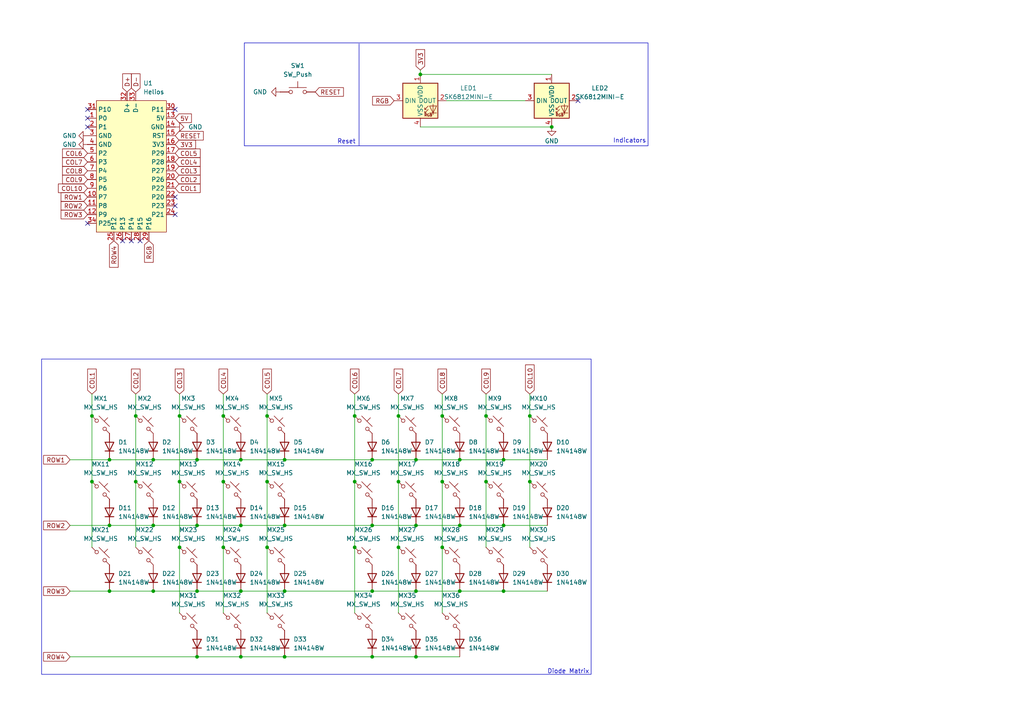
<source format=kicad_sch>
(kicad_sch (version 20231120) (generator "eeschema") (generator_version "8.0")
  (paper "A4")
  (lib_symbols
    (symbol "Diode:1N4148W" (pin_numbers hide) (pin_names hide)
      (property "Reference" "D" (at 0 2.54 0))
      (property "Value" "1N4148W" (at 0 -2.54 0))
      (symbol "1N4148W_0_1"
        (polyline (pts (xy -1.27 1.27) (xy -1.27 -1.27)) (stroke (width 0.254)))
        (polyline (pts (xy 1.27 0) (xy -1.27 0)))
        (polyline (pts (xy 1.27 1.27) (xy 1.27 -1.27) (xy -1.27 0) (xy 1.27 1.27)) (stroke (width 0.254)))
      )
      (symbol "1N4148W_1_1"
        (pin passive line (at -3.81 0 0) (length 2.54) (name "K") (number "1"))
        (pin passive line (at 3.81 0 180) (length 2.54) (name "A") (number "2"))
      )
    )
    (symbol "Switch:SW_Push" (pin_numbers hide) (pin_names (offset 1.016) hide)
      (property "Reference" "SW" (at 1.27 2.54 0))
      (property "Value" "SW_Push" (at 0 -1.524 0))
      (symbol "SW_Push_0_1"
        (circle (center -2.032 0) (radius 0.508))
        (polyline (pts (xy 0 1.27) (xy 0 3.048)))
        (polyline (pts (xy 2.54 1.27) (xy -2.54 1.27)))
        (circle (center 2.032 0) (radius 0.508))
        (pin passive line (at -5.08 0 0) (length 2.54) (name "1") (number "1"))
        (pin passive line (at 5.08 0 180) (length 2.54) (name "2") (number "2"))
      )
    )
    (symbol "marbastlib-mx:MX_SW_HS_CPG151101S11" (pin_numbers hide) (pin_names (offset 1.016) hide)
      (property "Reference" "MX" (at 3.048 1.016 0))
      (property "Value" "MX_SW_HS" (at 0 -3.81 0))
      (symbol "MX_SW_HS_CPG151101S11_0_1"
        (circle (center -1.1684 1.1684) (radius 0.508))
        (polyline (pts (xy -0.508 2.54) (xy 2.54 -0.508)))
        (polyline (pts (xy 1.016 1.016) (xy 2.032 2.032)))
        (polyline (pts (xy -2.54 2.54) (xy -1.524 1.524) (xy -1.524 1.524)))
        (polyline (pts (xy 1.524 -1.524) (xy 2.54 -2.54) (xy 2.54 -2.54) (xy 2.54 -2.54)))
        (circle (center 1.143 -1.1938) (radius 0.508))
        (pin passive line (at -2.54 2.54 0) (length 0) (name "1") (number "1"))
        (pin passive line (at 2.54 -2.54 180) (length 0) (name "2") (number "2"))
      )
    )
    (symbol "marbastlib-promicroish:Helios" (in_bom no)
      (property "Reference" "U" (at -7.62 22.86 0))
      (property "Value" "Helios" (at -7.62 20.32 0))
      (symbol "Helios_0_0"
        (pin bidirectional line (at -12.7 13.97 0) (length 2.54) (name "P0") (number "1"))
        (pin bidirectional line (at -12.7 -8.89 0) (length 2.54) (name "P7") (number "10"))
        (pin bidirectional line (at -12.7 -11.43 0) (length 2.54) (name "P8") (number "11"))
        (pin bidirectional line (at -12.7 -13.97 0) (length 2.54) (name "P9") (number "12"))
        (pin power_out line (at 12.7 11.43 180) (length 2.54) (name "GND") (number "14"))
        (pin bidirectional line (at 12.7 8.89 180) (length 2.54) (name "RST") (number "15"))
        (pin bidirectional line (at 12.7 3.81 180) (length 2.54) (name "P29") (number "17"))
        (pin bidirectional line (at 12.7 1.27 180) (length 2.54) (name "P28") (number "18"))
        (pin bidirectional line (at 12.7 -1.27 180) (length 2.54) (name "P27") (number "19"))
        (pin bidirectional line (at -12.7 11.43 0) (length 2.54) (name "P1") (number "2"))
        (pin bidirectional line (at 12.7 -3.81 180) (length 2.54) (name "P26") (number "20"))
        (pin bidirectional line (at 12.7 -6.35 180) (length 2.54) (name "P22") (number "21"))
        (pin bidirectional line (at 12.7 -8.89 180) (length 2.54) (name "P20") (number "22"))
        (pin bidirectional line (at 12.7 -11.43 180) (length 2.54) (name "P23") (number "23"))
        (pin bidirectional line (at 12.7 -13.97 180) (length 2.54) (name "P21") (number "24"))
        (pin power_out line (at -12.7 8.89 0) (length 2.54) (name "GND") (number "3"))
        (pin power_out line (at -12.7 6.35 0) (length 2.54) (name "GND") (number "4"))
        (pin bidirectional line (at -12.7 3.81 0) (length 2.54) (name "P2") (number "5"))
        (pin bidirectional line (at -12.7 1.27 0) (length 2.54) (name "P3") (number "6"))
        (pin bidirectional line (at -12.7 -1.27 0) (length 2.54) (name "P4") (number "7"))
        (pin bidirectional line (at -12.7 -3.81 0) (length 2.54) (name "P5") (number "8"))
        (pin bidirectional line (at -12.7 -6.35 0) (length 2.54) (name "P6") (number "9"))
      )
      (symbol "Helios_1_0"
        (pin bidirectional line (at 12.7 13.97 180) (length 2.54) (name "5V") (number "13"))
        (pin power_out line (at 12.7 6.35 180) (length 2.54) (name "3V3") (number "16"))
        (pin bidirectional line (at -5.08 -21.59 90) (length 2.54) (name "P12") (number "25"))
        (pin bidirectional line (at -2.54 -21.59 90) (length 2.54) (name "P13") (number "26"))
        (pin bidirectional line (at 0 -21.59 90) (length 2.54) (name "P14") (number "27"))
        (pin bidirectional line (at 2.54 -21.59 90) (length 2.54) (name "P15") (number "28"))
        (pin bidirectional line (at 5.08 -21.59 90) (length 2.54) (name "P16") (number "29"))
        (pin power_in line (at 12.7 16.51 180) (length 2.54) (name "P11") (number "30"))
        (pin bidirectional line (at -12.7 16.51 0) (length 2.54) (name "P10") (number "31"))
        (pin bidirectional line (at -1.27 21.59 270) (length 2.54) (name "D+") (number "32"))
        (pin bidirectional line (at 1.27 21.59 270) (length 2.54) (name "D-") (number "33"))
        (pin bidirectional line (at -12.7 -16.51 0) (length 2.54) (name "P25") (number "34"))
      )
      (symbol "Helios_1_1"
        (rectangle (start -10.16 19.05) (end 10.16 -19.05) (fill (type background)))
      )
    )
    (symbol "marbastlib-various:SK6812MINI-E"
      (property "Reference" "LED" (at 2.54 6.35 0))
      (property "Value" "SK6812MINI-E" (at 7.62 -6.35 0))
      (symbol "SK6812MINI-E_0_0"
        (text "RGB" (at 2.286 -4.191 0) (effects (font (size 0.762 0.762))))
      )
      (symbol "SK6812MINI-E_0_1"
        (polyline (pts (xy 1.27 -3.556) (xy 1.778 -3.556)))
        (polyline (pts (xy 1.27 -2.54) (xy 1.778 -2.54)))
        (polyline (pts (xy 4.699 -3.556) (xy 2.667 -3.556)))
        (polyline (pts (xy 2.286 -2.54) (xy 1.27 -3.556) (xy 1.27 -3.048)))
        (polyline (pts (xy 2.286 -1.524) (xy 1.27 -2.54) (xy 1.27 -2.032)))
        (polyline (pts (xy 3.683 -1.016) (xy 3.683 -3.556) (xy 3.683 -4.064)))
        (polyline (pts (xy 4.699 -1.524) (xy 2.667 -1.524) (xy 3.683 -3.556) (xy 4.699 -1.524)))
        (rectangle (start 5.08 5.08) (end -5.08 -5.08) (stroke (width 0.254)) (fill (type background)))
      )
      (symbol "SK6812MINI-E_1_1"
        (pin power_in line (at 0 7.62 270) (length 2.54) (name "VDD") (number "1"))
        (pin output line (at 7.62 0 180) (length 2.54) (name "DOUT") (number "2"))
        (pin input line (at -7.62 0 0) (length 2.54) (name "DIN") (number "3"))
        (pin power_in line (at 0 -7.62 90) (length 2.54) (name "VSS") (number "4"))
      )
    )
    (symbol "power:GND" (power) (pin_numbers hide) (pin_names (offset 0) hide)
      (property "Value" "GND" (at 0 -3.81 0))
      (symbol "GND_0_1"
        (polyline (pts (xy 0 0) (xy 0 -1.27) (xy 1.27 -1.27) (xy 0 -2.54) (xy -1.27 -1.27) (xy 0 -1.27)))
      )
      (symbol "GND_1_1"
        (pin power_in line (at 0 0 270) (length 0) (name "~") (number "1"))
      )
    )
  )
  (junction (at 26.67 120.65))
  (junction (at 153.67 139.7))
  (junction (at 57.15 190.5))
  (junction (at 52.07 139.7))
  (junction (at 160.02 36.83))
  (junction (at 107.95 171.45))
  (junction (at 133.35 171.45))
  (junction (at 69.85 171.45))
  (junction (at 77.47 158.75))
  (junction (at 57.15 152.4))
  (junction (at 153.67 120.65))
  (junction (at 146.05 133.35))
  (junction (at 44.45 133.35))
  (junction (at 146.05 171.45))
  (junction (at 52.07 120.65))
  (junction (at 120.65 133.35))
  (junction (at 64.77 158.75))
  (junction (at 52.07 158.75))
  (junction (at 82.55 171.45))
  (junction (at 128.27 120.65))
  (junction (at 107.95 133.35))
  (junction (at 31.75 133.35))
  (junction (at 120.65 152.4))
  (junction (at 31.75 171.45))
  (junction (at 39.37 139.7))
  (junction (at 115.57 158.75))
  (junction (at 57.15 133.35))
  (junction (at 102.87 139.7))
  (junction (at 64.77 120.65))
  (junction (at 107.95 152.4))
  (junction (at 115.57 139.7))
  (junction (at 102.87 120.65))
  (junction (at 64.77 139.7))
  (junction (at 102.87 158.75))
  (junction (at 107.95 190.5))
  (junction (at 31.75 152.4))
  (junction (at 121.92 21.59))
  (junction (at 120.65 190.5))
  (junction (at 39.37 120.65))
  (junction (at 77.47 139.7))
  (junction (at 133.35 133.35))
  (junction (at 115.57 120.65))
  (junction (at 128.27 139.7))
  (junction (at 120.65 171.45))
  (junction (at 26.67 139.7))
  (junction (at 140.97 139.7))
  (junction (at 82.55 133.35))
  (junction (at 69.85 133.35))
  (junction (at 82.55 152.4))
  (junction (at 140.97 120.65))
  (junction (at 69.85 152.4))
  (junction (at 82.55 190.5))
  (junction (at 133.35 152.4))
  (junction (at 146.05 152.4))
  (junction (at 128.27 158.75))
  (junction (at 69.85 190.5))
  (junction (at 57.15 171.45))
  (junction (at 44.45 171.45))
  (junction (at 44.45 152.4))
  (junction (at 77.47 120.65))
  (no_connect (at 25.4 34.29))
  (no_connect (at 25.4 64.77))
  (no_connect (at 25.4 31.75))
  (no_connect (at 50.8 62.23))
  (no_connect (at 50.8 57.15))
  (no_connect (at 38.1 69.85))
  (no_connect (at 50.8 59.69))
  (no_connect (at 50.8 31.75))
  (no_connect (at 35.56 69.85))
  (no_connect (at 25.4 36.83))
  (no_connect (at 167.64 29.21))
  (no_connect (at 40.64 69.85))
  (wire (pts (xy 115.57 158.75) (xy 115.57 177.8)))
  (wire (pts (xy 82.55 133.35) (xy 107.95 133.35)))
  (wire (pts (xy 52.07 114.3) (xy 52.07 120.65)))
  (wire (pts (xy 44.45 171.45) (xy 57.15 171.45)))
  (wire (pts (xy 57.15 190.5) (xy 69.85 190.5)))
  (wire (pts (xy 77.47 158.75) (xy 77.47 177.8)))
  (wire (pts (xy 64.77 158.75) (xy 64.77 177.8)))
  (wire (pts (xy 39.37 114.3) (xy 39.37 120.65)))
  (wire (pts (xy 120.65 133.35) (xy 133.35 133.35)))
  (wire (pts (xy 69.85 152.4) (xy 82.55 152.4)))
  (wire (pts (xy 64.77 120.65) (xy 64.77 139.7)))
  (wire (pts (xy 26.67 114.3) (xy 26.67 120.65)))
  (wire (pts (xy 153.67 139.7) (xy 153.67 158.75)))
  (wire (pts (xy 69.85 133.35) (xy 82.55 133.35)))
  (wire (pts (xy 26.67 139.7) (xy 26.67 158.75)))
  (wire (pts (xy 102.87 120.65) (xy 102.87 139.7)))
  (wire (pts (xy 64.77 114.3) (xy 64.77 120.65)))
  (wire (pts (xy 128.27 120.65) (xy 128.27 139.7)))
  (wire (pts (xy 140.97 114.3) (xy 140.97 120.65)))
  (wire (pts (xy 107.95 171.45) (xy 120.65 171.45)))
  (wire (pts (xy 31.75 152.4) (xy 44.45 152.4)))
  (polyline (pts (xy 104.14 12.7) (xy 104.14 42.164)))
  (wire (pts (xy 20.32 133.35) (xy 31.75 133.35)))
  (wire (pts (xy 82.55 190.5) (xy 107.95 190.5)))
  (wire (pts (xy 102.87 139.7) (xy 102.87 158.75)))
  (wire (pts (xy 64.77 139.7) (xy 64.77 158.75)))
  (wire (pts (xy 52.07 158.75) (xy 52.07 177.8)))
  (wire (pts (xy 77.47 139.7) (xy 77.47 158.75)))
  (wire (pts (xy 52.07 120.65) (xy 52.07 139.7)))
  (wire (pts (xy 82.55 171.45) (xy 107.95 171.45)))
  (wire (pts (xy 121.92 36.83) (xy 160.02 36.83)))
  (wire (pts (xy 44.45 133.35) (xy 57.15 133.35)))
  (wire (pts (xy 153.67 120.65) (xy 153.67 139.7)))
  (wire (pts (xy 146.05 133.35) (xy 158.75 133.35)))
  (wire (pts (xy 120.65 190.5) (xy 133.35 190.5)))
  (wire (pts (xy 82.55 152.4) (xy 107.95 152.4)))
  (wire (pts (xy 77.47 114.3) (xy 77.47 120.65)))
  (wire (pts (xy 146.05 152.4) (xy 158.75 152.4)))
  (wire (pts (xy 133.35 171.45) (xy 146.05 171.45)))
  (wire (pts (xy 57.15 171.45) (xy 69.85 171.45)))
  (wire (pts (xy 115.57 139.7) (xy 115.57 158.75)))
  (wire (pts (xy 115.57 114.3) (xy 115.57 120.65)))
  (wire (pts (xy 52.07 139.7) (xy 52.07 158.75)))
  (wire (pts (xy 133.35 133.35) (xy 146.05 133.35)))
  (wire (pts (xy 140.97 120.65) (xy 140.97 139.7)))
  (wire (pts (xy 107.95 152.4) (xy 120.65 152.4)))
  (wire (pts (xy 31.75 133.35) (xy 44.45 133.35)))
  (wire (pts (xy 107.95 190.5) (xy 120.65 190.5)))
  (wire (pts (xy 128.27 114.3) (xy 128.27 120.65)))
  (wire (pts (xy 128.27 158.75) (xy 128.27 177.8)))
  (wire (pts (xy 77.47 120.65) (xy 77.47 139.7)))
  (wire (pts (xy 44.45 152.4) (xy 57.15 152.4)))
  (wire (pts (xy 20.32 190.5) (xy 57.15 190.5)))
  (wire (pts (xy 20.32 171.45) (xy 31.75 171.45)))
  (wire (pts (xy 102.87 114.3) (xy 102.87 120.65)))
  (wire (pts (xy 20.32 152.4) (xy 31.75 152.4)))
  (wire (pts (xy 129.54 29.21) (xy 152.4 29.21)))
  (wire (pts (xy 120.65 171.45) (xy 133.35 171.45)))
  (wire (pts (xy 107.95 133.35) (xy 120.65 133.35)))
  (wire (pts (xy 120.65 152.4) (xy 133.35 152.4)))
  (wire (pts (xy 69.85 190.5) (xy 82.55 190.5)))
  (wire (pts (xy 146.05 171.45) (xy 158.75 171.45)))
  (wire (pts (xy 26.67 120.65) (xy 26.67 139.7)))
  (wire (pts (xy 102.87 158.75) (xy 102.87 177.8)))
  (wire (pts (xy 115.57 120.65) (xy 115.57 139.7)))
  (wire (pts (xy 121.92 20.32) (xy 121.92 21.59)))
  (wire (pts (xy 128.27 139.7) (xy 128.27 158.75)))
  (wire (pts (xy 31.75 171.45) (xy 44.45 171.45)))
  (wire (pts (xy 153.67 114.3) (xy 153.67 120.65)))
  (wire (pts (xy 133.35 152.4) (xy 146.05 152.4)))
  (wire (pts (xy 57.15 133.35) (xy 69.85 133.35)))
  (wire (pts (xy 140.97 139.7) (xy 140.97 158.75)))
  (wire (pts (xy 39.37 139.7) (xy 39.37 158.75)))
  (wire (pts (xy 121.92 21.59) (xy 160.02 21.59)))
  (wire (pts (xy 69.85 171.45) (xy 82.55 171.45)))
  (wire (pts (xy 39.37 120.65) (xy 39.37 139.7)))
  (wire (pts (xy 57.15 152.4) (xy 69.85 152.4)))
  (rectangle (start 70.866 12.446) (end 187.96 42.291))
  (rectangle (start 12.065 104.14) (end 171.45 195.58))
  (text "Indicators" (at 177.8 41.656 0) (effects (font (size 1.27 1.27)) (justify left bottom)))
  (text "Reset" (at 97.79 41.91 0) (effects (font (size 1.27 1.27)) (justify left bottom)))
  (text "Diode Matrix" (at 158.75 195.58 0) (effects (font (size 1.27 1.27)) (justify left bottom)))
  (global_label "COL6" (shape input) (at 102.87 114.3 90) (property "Intersheetrefs" "${INTERSHEET_REFS}" (effects (hide yes))))
  (global_label "COL1" (shape input) (at 26.67 114.3 90) (property "Intersheetrefs" "${INTERSHEET_REFS}" (effects (hide yes))))
  (global_label "3V3" (shape input) (at 50.8 41.91 0) (property "Intersheetrefs" "${INTERSHEET_REFS}" (effects (hide yes))))
  (global_label "ROW3" (shape input) (at 25.4 62.23 180) (property "Intersheetrefs" "${INTERSHEET_REFS}" (effects (hide yes))))
  (global_label "RGB" (shape input) (at 43.18 69.85 270) (property "Intersheetrefs" "${INTERSHEET_REFS}" (effects (hide yes))))
  (global_label "D-" (shape input) (at 39.37 26.67 90) (property "Intersheetrefs" "${INTERSHEET_REFS}" (effects (hide yes))))
  (global_label "ROW3" (shape input) (at 20.32 171.45 180) (property "Intersheetrefs" "${INTERSHEET_REFS}" (effects (hide yes))))
  (global_label "COL1" (shape input) (at 50.8 54.61 0) (property "Intersheetrefs" "${INTERSHEET_REFS}" (effects (hide yes))))
  (global_label "COL4" (shape input) (at 50.8 46.99 0) (property "Intersheetrefs" "${INTERSHEET_REFS}" (effects (hide yes))))
  (global_label "ROW2" (shape input) (at 25.4 59.69 180) (property "Intersheetrefs" "${INTERSHEET_REFS}" (effects (hide yes))))
  (global_label "COL8" (shape input) (at 25.4 49.53 180) (property "Intersheetrefs" "${INTERSHEET_REFS}" (effects (hide yes))))
  (global_label "3V3" (shape input) (at 121.92 20.32 90) (property "Intersheetrefs" "${INTERSHEET_REFS}" (effects (hide yes))))
  (global_label "RESET" (shape input) (at 91.44 26.67 0) (property "Intersheetrefs" "${INTERSHEET_REFS}" (effects (hide yes))))
  (global_label "ROW4" (shape input) (at 20.32 190.5 180) (property "Intersheetrefs" "${INTERSHEET_REFS}" (effects (hide yes))))
  (global_label "COL10" (shape input) (at 153.67 114.3 90) (property "Intersheetrefs" "${INTERSHEET_REFS}" (effects (hide yes))))
  (global_label "COL8" (shape input) (at 128.27 114.3 90) (property "Intersheetrefs" "${INTERSHEET_REFS}" (effects (hide yes))))
  (global_label "5V" (shape input) (at 50.8 34.29 0) (property "Intersheetrefs" "${INTERSHEET_REFS}" (effects (hide yes))))
  (global_label "COL7" (shape input) (at 25.4 46.99 180) (property "Intersheetrefs" "${INTERSHEET_REFS}" (effects (hide yes))))
  (global_label "ROW1" (shape input) (at 20.32 133.35 180) (property "Intersheetrefs" "${INTERSHEET_REFS}" (effects (hide yes))))
  (global_label "D+" (shape input) (at 36.83 26.67 90) (property "Intersheetrefs" "${INTERSHEET_REFS}" (effects (hide yes))))
  (global_label "COL9" (shape input) (at 140.97 114.3 90) (property "Intersheetrefs" "${INTERSHEET_REFS}" (effects (hide yes))))
  (global_label "ROW2" (shape input) (at 20.32 152.4 180) (property "Intersheetrefs" "${INTERSHEET_REFS}" (effects (hide yes))))
  (global_label "COL4" (shape input) (at 64.77 114.3 90) (property "Intersheetrefs" "${INTERSHEET_REFS}" (effects (hide yes))))
  (global_label "COL10" (shape input) (at 25.4 54.61 180) (property "Intersheetrefs" "${INTERSHEET_REFS}" (effects (hide yes))))
  (global_label "COL7" (shape input) (at 115.57 114.3 90) (property "Intersheetrefs" "${INTERSHEET_REFS}" (effects (hide yes))))
  (global_label "ROW1" (shape input) (at 25.4 57.15 180) (property "Intersheetrefs" "${INTERSHEET_REFS}" (effects (hide yes))))
  (global_label "COL5" (shape input) (at 50.8 44.45 0) (property "Intersheetrefs" "${INTERSHEET_REFS}" (effects (hide yes))))
  (global_label "COL3" (shape input) (at 52.07 114.3 90) (property "Intersheetrefs" "${INTERSHEET_REFS}" (effects (hide yes))))
  (global_label "RGB" (shape input) (at 114.3 29.21 180) (property "Intersheetrefs" "${INTERSHEET_REFS}" (effects (hide yes))))
  (global_label "COL2" (shape input) (at 50.8 52.07 0) (property "Intersheetrefs" "${INTERSHEET_REFS}" (effects (hide yes))))
  (global_label "COL6" (shape input) (at 25.4 44.45 180) (property "Intersheetrefs" "${INTERSHEET_REFS}" (effects (hide yes))))
  (global_label "COL9" (shape input) (at 25.4 52.07 180) (property "Intersheetrefs" "${INTERSHEET_REFS}" (effects (hide yes))))
  (global_label "RESET" (shape input) (at 50.8 39.37 0) (property "Intersheetrefs" "${INTERSHEET_REFS}" (effects (hide yes))))
  (global_label "COL5" (shape input) (at 77.47 114.3 90) (property "Intersheetrefs" "${INTERSHEET_REFS}" (effects (hide yes))))
  (global_label "ROW4" (shape input) (at 33.02 69.85 270) (property "Intersheetrefs" "${INTERSHEET_REFS}" (effects (hide yes))))
  (global_label "COL3" (shape input) (at 50.8 49.53 0) (property "Intersheetrefs" "${INTERSHEET_REFS}" (effects (hide yes))))
  (global_label "COL2" (shape input) (at 39.37 114.3 90) (property "Intersheetrefs" "${INTERSHEET_REFS}" (effects (hide yes))))
  (symbol (lib_id "marbastlib-mx:MX_SW_HS_CPG151101S11") (at 80.01 142.24 0) (unit 1)
    (property "Reference" "MX15" (at 80.01 134.62 0))
    (property "Value" "MX_SW_HS" (at 80.01 137.16 0))
    (property "Footprint" "marbastlib-mx:SW_MX_HS_CPG151101S11_1u" (effects (hide yes)))
    (property "Description" "Push button switch, normally open, two pins, 45° tilted, Kailh CPG151101S11 for Cherry MX style switches" (effects (hide yes)))
  )
  (symbol (lib_id "marbastlib-mx:MX_SW_HS_CPG151101S11") (at 130.81 180.34 0) (unit 1)
    (property "Reference" "MX36" (at 130.81 172.72 0))
    (property "Value" "MX_SW_HS" (at 130.81 175.26 0))
    (property "Footprint" "marbastlib-mx:SW_MX_HS_CPG151101S11_1u" (effects (hide yes)))
    (property "Description" "Push button switch, normally open, two pins, 45° tilted, Kailh CPG151101S11 for Cherry MX style switches" (effects (hide yes)))
  )
  (symbol (lib_id "Diode:1N4148W") (at 107.95 129.54 90) (unit 1)
    (property "Reference" "D6" (at 110.49 128.27 90) (effects (justify right)))
    (property "Value" "1N4148W" (at 110.49 130.81 90) (effects (justify right)))
    (property "Footprint" "Diode_SMD:D_SOD-123" (effects (hide yes)))
    (property "Datasheet" "https://www.vishay.com/docs/85748/1n4148w.pdf" (effects (hide yes)))
    (property "Description" "75V 0.15A Fast Switching Diode, SOD-123" (effects (hide yes)))
    (property "Sim.Device" "D" (effects (hide yes)))
    (property "Sim.Pins" "1=K 2=A" (effects (hide yes)))
  )
  (symbol (lib_id "marbastlib-mx:MX_SW_HS_CPG151101S11") (at 67.31 180.34 0) (unit 1)
    (property "Reference" "MX32" (at 67.31 172.72 0))
    (property "Value" "MX_SW_HS" (at 67.31 175.26 0))
    (property "Footprint" "marbastlib-mx:SW_MX_HS_CPG151101S11_1u" (effects (hide yes)))
    (property "Description" "Push button switch, normally open, two pins, 45° tilted, Kailh CPG151101S11 for Cherry MX style switches" (effects (hide yes)))
  )
  (symbol (lib_id "Diode:1N4148W") (at 44.45 129.54 90) (unit 1)
    (property "Reference" "D2" (at 46.99 128.27 90) (effects (justify right)))
    (property "Value" "1N4148W" (at 46.99 130.81 90) (effects (justify right)))
    (property "Footprint" "Diode_SMD:D_SOD-123" (effects (hide yes)))
    (property "Datasheet" "https://www.vishay.com/docs/85748/1n4148w.pdf" (effects (hide yes)))
    (property "Description" "75V 0.15A Fast Switching Diode, SOD-123" (effects (hide yes)))
    (property "Sim.Device" "D" (effects (hide yes)))
    (property "Sim.Pins" "1=K 2=A" (effects (hide yes)))
  )
  (symbol (lib_id "marbastlib-mx:MX_SW_HS_CPG151101S11") (at 130.81 142.24 0) (unit 1)
    (property "Reference" "MX18" (at 130.81 134.62 0))
    (property "Value" "MX_SW_HS" (at 130.81 137.16 0))
    (property "Footprint" "marbastlib-mx:SW_MX_HS_CPG151101S11_1u" (effects (hide yes)))
    (property "Description" "Push button switch, normally open, two pins, 45° tilted, Kailh CPG151101S11 for Cherry MX style switches" (effects (hide yes)))
  )
  (symbol (lib_id "Diode:1N4148W") (at 82.55 148.59 90) (unit 1)
    (property "Reference" "D15" (at 85.09 147.32 90) (effects (justify right)))
    (property "Value" "1N4148W" (at 85.09 149.86 90) (effects (justify right)))
    (property "Footprint" "Diode_SMD:D_SOD-123" (effects (hide yes)))
    (property "Datasheet" "https://www.vishay.com/docs/85748/1n4148w.pdf" (effects (hide yes)))
    (property "Description" "75V 0.15A Fast Switching Diode, SOD-123" (effects (hide yes)))
    (property "Sim.Device" "D" (effects (hide yes)))
    (property "Sim.Pins" "1=K 2=A" (effects (hide yes)))
  )
  (symbol (lib_id "Diode:1N4148W") (at 31.75 148.59 90) (unit 1)
    (property "Reference" "D11" (at 34.29 147.32 90) (effects (justify right)))
    (property "Value" "1N4148W" (at 34.29 149.86 90) (effects (justify right)))
    (property "Footprint" "Diode_SMD:D_SOD-123" (effects (hide yes)))
    (property "Datasheet" "https://www.vishay.com/docs/85748/1n4148w.pdf" (effects (hide yes)))
    (property "Description" "75V 0.15A Fast Switching Diode, SOD-123" (effects (hide yes)))
    (property "Sim.Device" "D" (effects (hide yes)))
    (property "Sim.Pins" "1=K 2=A" (effects (hide yes)))
  )
  (symbol (lib_id "marbastlib-mx:MX_SW_HS_CPG151101S11") (at 143.51 142.24 0) (unit 1)
    (property "Reference" "MX19" (at 143.51 134.62 0))
    (property "Value" "MX_SW_HS" (at 143.51 137.16 0))
    (property "Footprint" "marbastlib-mx:SW_MX_HS_CPG151101S11_1u" (effects (hide yes)))
    (property "Description" "Push button switch, normally open, two pins, 45° tilted, Kailh CPG151101S11 for Cherry MX style switches" (effects (hide yes)))
  )
  (symbol (lib_id "power:GND") (at 81.28 26.67 270) (unit 1)
    (property "Reference" "#PWR02" (effects (hide yes)))
    (property "Value" "GND" (at 77.47 26.67 90) (effects (justify right)))
    (property "Description" "Power symbol creates a global label with name \"GND\" , ground" (effects (hide yes)))
  )
  (symbol (lib_id "marbastlib-mx:MX_SW_HS_CPG151101S11") (at 118.11 180.34 0) (unit 1)
    (property "Reference" "MX35" (at 118.11 172.72 0))
    (property "Value" "MX_SW_HS" (at 118.11 175.26 0))
    (property "Footprint" "marbastlib-mx:SW_MX_HS_CPG151101S11_1u" (effects (hide yes)))
    (property "Description" "Push button switch, normally open, two pins, 45° tilted, Kailh CPG151101S11 for Cherry MX style switches" (effects (hide yes)))
  )
  (symbol (lib_id "marbastlib-mx:MX_SW_HS_CPG151101S11") (at 29.21 123.19 0) (unit 1)
    (property "Reference" "MX1" (at 29.21 115.57 0))
    (property "Value" "MX_SW_HS" (at 29.21 118.11 0))
    (property "Footprint" "marbastlib-mx:SW_MX_HS_CPG151101S11_1u" (effects (hide yes)))
    (property "Description" "Push button switch, normally open, two pins, 45° tilted, Kailh CPG151101S11 for Cherry MX style switches" (effects (hide yes)))
  )
  (symbol (lib_id "marbastlib-promicroish:Helios") (at 38.1 48.26 0) (unit 1) (in_bom no)
    (property "Reference" "U1" (at 41.5641 24.13 0) (effects (justify left)))
    (property "Value" "Helios" (at 41.5641 26.67 0) (effects (justify left)))
    (property "Footprint" "PCM_marbastlib-xp-promicroish:Helios_AH_USBup" (effects (hide yes)))
    (property "Datasheet" "https://github.com/0xCB-dev/0xCB-Helios" (effects (hide yes)))
    (property "Description" "Symbol for an 0xCB Helios" (effects (hide yes)))
  )
  (symbol (lib_id "Diode:1N4148W") (at 31.75 129.54 90) (unit 1)
    (property "Reference" "D1" (at 34.29 128.27 90) (effects (justify right)))
    (property "Value" "1N4148W" (at 34.29 130.81 90) (effects (justify right)))
    (property "Footprint" "Diode_SMD:D_SOD-123" (effects (hide yes)))
    (property "Datasheet" "https://www.vishay.com/docs/85748/1n4148w.pdf" (effects (hide yes)))
    (property "Description" "75V 0.15A Fast Switching Diode, SOD-123" (effects (hide yes)))
    (property "Sim.Device" "D" (effects (hide yes)))
    (property "Sim.Pins" "1=K 2=A" (effects (hide yes)))
  )
  (symbol (lib_id "Diode:1N4148W") (at 44.45 148.59 90) (unit 1)
    (property "Reference" "D12" (at 46.99 147.32 90) (effects (justify right)))
    (property "Value" "1N4148W" (at 46.99 149.86 90) (effects (justify right)))
    (property "Footprint" "Diode_SMD:D_SOD-123" (effects (hide yes)))
    (property "Datasheet" "https://www.vishay.com/docs/85748/1n4148w.pdf" (effects (hide yes)))
    (property "Description" "75V 0.15A Fast Switching Diode, SOD-123" (effects (hide yes)))
    (property "Sim.Device" "D" (effects (hide yes)))
    (property "Sim.Pins" "1=K 2=A" (effects (hide yes)))
  )
  (symbol (lib_id "Diode:1N4148W") (at 133.35 129.54 90) (unit 1)
    (property "Reference" "D8" (at 135.89 128.27 90) (effects (justify right)))
    (property "Value" "1N4148W" (at 135.89 130.81 90) (effects (justify right)))
    (property "Footprint" "Diode_SMD:D_SOD-123" (effects (hide yes)))
    (property "Datasheet" "https://www.vishay.com/docs/85748/1n4148w.pdf" (effects (hide yes)))
    (property "Description" "75V 0.15A Fast Switching Diode, SOD-123" (effects (hide yes)))
    (property "Sim.Device" "D" (effects (hide yes)))
    (property "Sim.Pins" "1=K 2=A" (effects (hide yes)))
  )
  (symbol (lib_id "Diode:1N4148W") (at 57.15 148.59 90) (unit 1)
    (property "Reference" "D13" (at 59.69 147.32 90) (effects (justify right)))
    (property "Value" "1N4148W" (at 59.69 149.86 90) (effects (justify right)))
    (property "Footprint" "Diode_SMD:D_SOD-123" (effects (hide yes)))
    (property "Datasheet" "https://www.vishay.com/docs/85748/1n4148w.pdf" (effects (hide yes)))
    (property "Description" "75V 0.15A Fast Switching Diode, SOD-123" (effects (hide yes)))
    (property "Sim.Device" "D" (effects (hide yes)))
    (property "Sim.Pins" "1=K 2=A" (effects (hide yes)))
  )
  (symbol (lib_id "marbastlib-mx:MX_SW_HS_CPG151101S11") (at 118.11 161.29 0) (unit 1)
    (property "Reference" "MX27" (at 118.11 153.67 0))
    (property "Value" "MX_SW_HS" (at 118.11 156.21 0))
    (property "Footprint" "marbastlib-mx:SW_MX_HS_CPG151101S11_1u" (effects (hide yes)))
    (property "Description" "Push button switch, normally open, two pins, 45° tilted, Kailh CPG151101S11 for Cherry MX style switches" (effects (hide yes)))
  )
  (symbol (lib_id "marbastlib-mx:MX_SW_HS_CPG151101S11") (at 67.31 161.29 0) (unit 1)
    (property "Reference" "MX24" (at 67.31 153.67 0))
    (property "Value" "MX_SW_HS" (at 67.31 156.21 0))
    (property "Footprint" "marbastlib-mx:SW_MX_HS_CPG151101S11_1u" (effects (hide yes)))
    (property "Description" "Push button switch, normally open, two pins, 45° tilted, Kailh CPG151101S11 for Cherry MX style switches" (effects (hide yes)))
  )
  (symbol (lib_id "marbastlib-mx:MX_SW_HS_CPG151101S11") (at 105.41 123.19 0) (unit 1)
    (property "Reference" "MX6" (at 105.41 115.57 0))
    (property "Value" "MX_SW_HS" (at 105.41 118.11 0))
    (property "Footprint" "marbastlib-mx:SW_MX_HS_CPG151101S11_1u" (effects (hide yes)))
    (property "Description" "Push button switch, normally open, two pins, 45° tilted, Kailh CPG151101S11 for Cherry MX style switches" (effects (hide yes)))
  )
  (symbol (lib_id "Diode:1N4148W") (at 69.85 129.54 90) (unit 1)
    (property "Reference" "D4" (at 72.39 128.27 90) (effects (justify right)))
    (property "Value" "1N4148W" (at 72.39 130.81 90) (effects (justify right)))
    (property "Footprint" "Diode_SMD:D_SOD-123" (effects (hide yes)))
    (property "Datasheet" "https://www.vishay.com/docs/85748/1n4148w.pdf" (effects (hide yes)))
    (property "Description" "75V 0.15A Fast Switching Diode, SOD-123" (effects (hide yes)))
    (property "Sim.Device" "D" (effects (hide yes)))
    (property "Sim.Pins" "1=K 2=A" (effects (hide yes)))
  )
  (symbol (lib_id "power:GND") (at 25.4 41.91 270) (unit 1)
    (property "Reference" "#PWR04" (effects (hide yes)))
    (property "Value" "GND" (at 22.225 41.91 90) (effects (justify right)))
    (property "Description" "Power symbol creates a global label with name \"GND\" , ground" (effects (hide yes)))
  )
  (symbol (lib_id "Diode:1N4148W") (at 107.95 148.59 90) (unit 1)
    (property "Reference" "D16" (at 110.49 147.32 90) (effects (justify right)))
    (property "Value" "1N4148W" (at 110.49 149.86 90) (effects (justify right)))
    (property "Footprint" "Diode_SMD:D_SOD-123" (effects (hide yes)))
    (property "Datasheet" "https://www.vishay.com/docs/85748/1n4148w.pdf" (effects (hide yes)))
    (property "Description" "75V 0.15A Fast Switching Diode, SOD-123" (effects (hide yes)))
    (property "Sim.Device" "D" (effects (hide yes)))
    (property "Sim.Pins" "1=K 2=A" (effects (hide yes)))
  )
  (symbol (lib_id "Diode:1N4148W") (at 82.55 167.64 90) (unit 1)
    (property "Reference" "D25" (at 85.09 166.37 90) (effects (justify right)))
    (property "Value" "1N4148W" (at 85.09 168.91 90) (effects (justify right)))
    (property "Footprint" "Diode_SMD:D_SOD-123" (effects (hide yes)))
    (property "Datasheet" "https://www.vishay.com/docs/85748/1n4148w.pdf" (effects (hide yes)))
    (property "Description" "75V 0.15A Fast Switching Diode, SOD-123" (effects (hide yes)))
    (property "Sim.Device" "D" (effects (hide yes)))
    (property "Sim.Pins" "1=K 2=A" (effects (hide yes)))
  )
  (symbol (lib_id "marbastlib-mx:MX_SW_HS_CPG151101S11") (at 54.61 142.24 0) (unit 1)
    (property "Reference" "MX13" (at 54.61 134.62 0))
    (property "Value" "MX_SW_HS" (at 54.61 137.16 0))
    (property "Footprint" "marbastlib-mx:SW_MX_HS_CPG151101S11_1u" (effects (hide yes)))
    (property "Description" "Push button switch, normally open, two pins, 45° tilted, Kailh CPG151101S11 for Cherry MX style switches" (effects (hide yes)))
  )
  (symbol (lib_id "Diode:1N4148W") (at 82.55 186.69 90) (unit 1)
    (property "Reference" "D33" (at 85.09 185.42 90) (effects (justify right)))
    (property "Value" "1N4148W" (at 85.09 187.96 90) (effects (justify right)))
    (property "Footprint" "Diode_SMD:D_SOD-123" (effects (hide yes)))
    (property "Datasheet" "https://www.vishay.com/docs/85748/1n4148w.pdf" (effects (hide yes)))
    (property "Description" "75V 0.15A Fast Switching Diode, SOD-123" (effects (hide yes)))
    (property "Sim.Device" "D" (effects (hide yes)))
    (property "Sim.Pins" "1=K 2=A" (effects (hide yes)))
  )
  (symbol (lib_id "Diode:1N4148W") (at 158.75 129.54 90) (unit 1)
    (property "Reference" "D10" (at 161.29 128.27 90) (effects (justify right)))
    (property "Value" "1N4148W" (at 161.29 130.81 90) (effects (justify right)))
    (property "Footprint" "Diode_SMD:D_SOD-123" (effects (hide yes)))
    (property "Datasheet" "https://www.vishay.com/docs/85748/1n4148w.pdf" (effects (hide yes)))
    (property "Description" "75V 0.15A Fast Switching Diode, SOD-123" (effects (hide yes)))
    (property "Sim.Device" "D" (effects (hide yes)))
    (property "Sim.Pins" "1=K 2=A" (effects (hide yes)))
  )
  (symbol (lib_id "marbastlib-mx:MX_SW_HS_CPG151101S11") (at 41.91 123.19 0) (unit 1)
    (property "Reference" "MX2" (at 41.91 115.57 0))
    (property "Value" "MX_SW_HS" (at 41.91 118.11 0))
    (property "Footprint" "marbastlib-mx:SW_MX_HS_CPG151101S11_1u" (effects (hide yes)))
    (property "Description" "Push button switch, normally open, two pins, 45° tilted, Kailh CPG151101S11 for Cherry MX style switches" (effects (hide yes)))
  )
  (symbol (lib_id "marbastlib-mx:MX_SW_HS_CPG151101S11") (at 156.21 161.29 0) (unit 1)
    (property "Reference" "MX30" (at 156.21 153.67 0))
    (property "Value" "MX_SW_HS" (at 156.21 156.21 0))
    (property "Footprint" "marbastlib-mx:SW_MX_HS_CPG151101S11_1u" (effects (hide yes)))
    (property "Description" "Push button switch, normally open, two pins, 45° tilted, Kailh CPG151101S11 for Cherry MX style switches" (effects (hide yes)))
  )
  (symbol (lib_id "Diode:1N4148W") (at 69.85 148.59 90) (unit 1)
    (property "Reference" "D14" (at 72.39 147.32 90) (effects (justify right)))
    (property "Value" "1N4148W" (at 72.39 149.86 90) (effects (justify right)))
    (property "Footprint" "Diode_SMD:D_SOD-123" (effects (hide yes)))
    (property "Datasheet" "https://www.vishay.com/docs/85748/1n4148w.pdf" (effects (hide yes)))
    (property "Description" "75V 0.15A Fast Switching Diode, SOD-123" (effects (hide yes)))
    (property "Sim.Device" "D" (effects (hide yes)))
    (property "Sim.Pins" "1=K 2=A" (effects (hide yes)))
  )
  (symbol (lib_id "Diode:1N4148W") (at 57.15 129.54 90) (unit 1)
    (property "Reference" "D3" (at 59.69 128.27 90) (effects (justify right)))
    (property "Value" "1N4148W" (at 59.69 130.81 90) (effects (justify right)))
    (property "Footprint" "Diode_SMD:D_SOD-123" (effects (hide yes)))
    (property "Datasheet" "https://www.vishay.com/docs/85748/1n4148w.pdf" (effects (hide yes)))
    (property "Description" "75V 0.15A Fast Switching Diode, SOD-123" (effects (hide yes)))
    (property "Sim.Device" "D" (effects (hide yes)))
    (property "Sim.Pins" "1=K 2=A" (effects (hide yes)))
  )
  (symbol (lib_id "marbastlib-various:SK6812MINI-E") (at 160.02 29.21 0) (unit 1)
    (property "Reference" "LED2" (at 173.99 25.562 0))
    (property "Value" "SK6812MINI-E" (at 173.99 28.102 0))
    (property "Footprint" "PCM_marbastlib-various:LED_6028R" (effects (hide yes)))
    (property "Description" "Reverse mount adressable LED (WS2812 protocol)" (effects (hide yes)))
  )
  (symbol (lib_id "Diode:1N4148W") (at 69.85 186.69 90) (unit 1)
    (property "Reference" "D32" (at 72.39 185.42 90) (effects (justify right)))
    (property "Value" "1N4148W" (at 72.39 187.96 90) (effects (justify right)))
    (property "Footprint" "Diode_SMD:D_SOD-123" (effects (hide yes)))
    (property "Datasheet" "https://www.vishay.com/docs/85748/1n4148w.pdf" (effects (hide yes)))
    (property "Description" "75V 0.15A Fast Switching Diode, SOD-123" (effects (hide yes)))
    (property "Sim.Device" "D" (effects (hide yes)))
    (property "Sim.Pins" "1=K 2=A" (effects (hide yes)))
  )
  (symbol (lib_id "marbastlib-mx:MX_SW_HS_CPG151101S11") (at 80.01 161.29 0) (unit 1)
    (property "Reference" "MX25" (at 80.01 153.67 0))
    (property "Value" "MX_SW_HS" (at 80.01 156.21 0))
    (property "Footprint" "marbastlib-mx:SW_MX_HS_CPG151101S11_1u" (effects (hide yes)))
    (property "Description" "Push button switch, normally open, two pins, 45° tilted, Kailh CPG151101S11 for Cherry MX style switches" (effects (hide yes)))
  )
  (symbol (lib_id "marbastlib-mx:MX_SW_HS_CPG151101S11") (at 29.21 142.24 0) (unit 1)
    (property "Reference" "MX11" (at 29.21 134.62 0))
    (property "Value" "MX_SW_HS" (at 29.21 137.16 0))
    (property "Footprint" "marbastlib-mx:SW_MX_HS_CPG151101S11_1u" (effects (hide yes)))
    (property "Description" "Push button switch, normally open, two pins, 45° tilted, Kailh CPG151101S11 for Cherry MX style switches" (effects (hide yes)))
  )
  (symbol (lib_id "marbastlib-mx:MX_SW_HS_CPG151101S11") (at 105.41 142.24 0) (unit 1)
    (property "Reference" "MX16" (at 105.41 134.62 0))
    (property "Value" "MX_SW_HS" (at 105.41 137.16 0))
    (property "Footprint" "marbastlib-mx:SW_MX_HS_CPG151101S11_1u" (effects (hide yes)))
    (property "Description" "Push button switch, normally open, two pins, 45° tilted, Kailh CPG151101S11 for Cherry MX style switches" (effects (hide yes)))
  )
  (symbol (lib_id "marbastlib-mx:MX_SW_HS_CPG151101S11") (at 29.21 161.29 0) (unit 1)
    (property "Reference" "MX21" (at 29.21 153.67 0))
    (property "Value" "MX_SW_HS" (at 29.21 156.21 0))
    (property "Footprint" "marbastlib-mx:SW_MX_HS_CPG151101S11_1u" (effects (hide yes)))
    (property "Description" "Push button switch, normally open, two pins, 45° tilted, Kailh CPG151101S11 for Cherry MX style switches" (effects (hide yes)))
  )
  (symbol (lib_id "marbastlib-mx:MX_SW_HS_CPG151101S11") (at 80.01 180.34 0) (unit 1)
    (property "Reference" "MX33" (at 80.01 172.72 0))
    (property "Value" "MX_SW_HS" (at 80.01 175.26 0))
    (property "Footprint" "marbastlib-mx:SW_MX_HS_CPG151101S11_1u" (effects (hide yes)))
    (property "Description" "Push button switch, normally open, two pins, 45° tilted, Kailh CPG151101S11 for Cherry MX style switches" (effects (hide yes)))
  )
  (symbol (lib_id "Diode:1N4148W") (at 107.95 186.69 90) (unit 1)
    (property "Reference" "D34" (at 110.49 185.42 90) (effects (justify right)))
    (property "Value" "1N4148W" (at 110.49 187.96 90) (effects (justify right)))
    (property "Footprint" "Diode_SMD:D_SOD-123" (effects (hide yes)))
    (property "Datasheet" "https://www.vishay.com/docs/85748/1n4148w.pdf" (effects (hide yes)))
    (property "Description" "75V 0.15A Fast Switching Diode, SOD-123" (effects (hide yes)))
    (property "Sim.Device" "D" (effects (hide yes)))
    (property "Sim.Pins" "1=K 2=A" (effects (hide yes)))
  )
  (symbol (lib_id "Diode:1N4148W") (at 57.15 186.69 90) (unit 1)
    (property "Reference" "D31" (at 59.69 185.42 90) (effects (justify right)))
    (property "Value" "1N4148W" (at 59.69 187.96 90) (effects (justify right)))
    (property "Footprint" "Diode_SMD:D_SOD-123" (effects (hide yes)))
    (property "Datasheet" "https://www.vishay.com/docs/85748/1n4148w.pdf" (effects (hide yes)))
    (property "Description" "75V 0.15A Fast Switching Diode, SOD-123" (effects (hide yes)))
    (property "Sim.Device" "D" (effects (hide yes)))
    (property "Sim.Pins" "1=K 2=A" (effects (hide yes)))
  )
  (symbol (lib_id "Diode:1N4148W") (at 158.75 148.59 90) (unit 1)
    (property "Reference" "D20" (at 161.29 147.32 90) (effects (justify right)))
    (property "Value" "1N4148W" (at 161.29 149.86 90) (effects (justify right)))
    (property "Footprint" "Diode_SMD:D_SOD-123" (effects (hide yes)))
    (property "Datasheet" "https://www.vishay.com/docs/85748/1n4148w.pdf" (effects (hide yes)))
    (property "Description" "75V 0.15A Fast Switching Diode, SOD-123" (effects (hide yes)))
    (property "Sim.Device" "D" (effects (hide yes)))
    (property "Sim.Pins" "1=K 2=A" (effects (hide yes)))
  )
  (symbol (lib_id "Diode:1N4148W") (at 69.85 167.64 90) (unit 1)
    (property "Reference" "D24" (at 72.39 166.37 90) (effects (justify right)))
    (property "Value" "1N4148W" (at 72.39 168.91 90) (effects (justify right)))
    (property "Footprint" "Diode_SMD:D_SOD-123" (effects (hide yes)))
    (property "Datasheet" "https://www.vishay.com/docs/85748/1n4148w.pdf" (effects (hide yes)))
    (property "Description" "75V 0.15A Fast Switching Diode, SOD-123" (effects (hide yes)))
    (property "Sim.Device" "D" (effects (hide yes)))
    (property "Sim.Pins" "1=K 2=A" (effects (hide yes)))
  )
  (symbol (lib_id "Diode:1N4148W") (at 133.35 167.64 90) (unit 1)
    (property "Reference" "D28" (at 135.89 166.37 90) (effects (justify right)))
    (property "Value" "1N4148W" (at 135.89 168.91 90) (effects (justify right)))
    (property "Footprint" "Diode_SMD:D_SOD-123" (effects (hide yes)))
    (property "Datasheet" "https://www.vishay.com/docs/85748/1n4148w.pdf" (effects (hide yes)))
    (property "Description" "75V 0.15A Fast Switching Diode, SOD-123" (effects (hide yes)))
    (property "Sim.Device" "D" (effects (hide yes)))
    (property "Sim.Pins" "1=K 2=A" (effects (hide yes)))
  )
  (symbol (lib_id "power:GND") (at 50.8 36.83 90) (unit 1)
    (property "Reference" "#PWR01" (effects (hide yes)))
    (property "Value" "GND" (at 54.61 36.83 90) (effects (justify right)))
    (property "Description" "Power symbol creates a global label with name \"GND\" , ground" (effects (hide yes)))
  )
  (symbol (lib_id "marbastlib-mx:MX_SW_HS_CPG151101S11") (at 41.91 142.24 0) (unit 1)
    (property "Reference" "MX12" (at 41.91 134.62 0))
    (property "Value" "MX_SW_HS" (at 41.91 137.16 0))
    (property "Footprint" "marbastlib-mx:SW_MX_HS_CPG151101S11_1u" (effects (hide yes)))
    (property "Description" "Push button switch, normally open, two pins, 45° tilted, Kailh CPG151101S11 for Cherry MX style switches" (effects (hide yes)))
  )
  (symbol (lib_id "Diode:1N4148W") (at 146.05 129.54 90) (unit 1)
    (property "Reference" "D9" (at 148.59 128.27 90) (effects (justify right)))
    (property "Value" "1N4148W" (at 148.59 130.81 90) (effects (justify right)))
    (property "Footprint" "Diode_SMD:D_SOD-123" (effects (hide yes)))
    (property "Datasheet" "https://www.vishay.com/docs/85748/1n4148w.pdf" (effects (hide yes)))
    (property "Description" "75V 0.15A Fast Switching Diode, SOD-123" (effects (hide yes)))
    (property "Sim.Device" "D" (effects (hide yes)))
    (property "Sim.Pins" "1=K 2=A" (effects (hide yes)))
  )
  (symbol (lib_id "marbastlib-mx:MX_SW_HS_CPG151101S11") (at 54.61 161.29 0) (unit 1)
    (property "Reference" "MX23" (at 54.61 153.67 0))
    (property "Value" "MX_SW_HS" (at 54.61 156.21 0))
    (property "Footprint" "marbastlib-mx:SW_MX_HS_CPG151101S11_1u" (effects (hide yes)))
    (property "Description" "Push button switch, normally open, two pins, 45° tilted, Kailh CPG151101S11 for Cherry MX style switches" (effects (hide yes)))
  )
  (symbol (lib_id "marbastlib-mx:MX_SW_HS_CPG151101S11") (at 54.61 180.34 0) (unit 1)
    (property "Reference" "MX31" (at 54.61 172.72 0))
    (property "Value" "MX_SW_HS" (at 54.61 175.26 0))
    (property "Footprint" "marbastlib-mx:SW_MX_HS_CPG151101S11_1u" (effects (hide yes)))
    (property "Description" "Push button switch, normally open, two pins, 45° tilted, Kailh CPG151101S11 for Cherry MX style switches" (effects (hide yes)))
  )
  (symbol (lib_id "marbastlib-mx:MX_SW_HS_CPG151101S11") (at 130.81 161.29 0) (unit 1)
    (property "Reference" "MX28" (at 130.81 153.67 0))
    (property "Value" "MX_SW_HS" (at 130.81 156.21 0))
    (property "Footprint" "marbastlib-mx:SW_MX_HS_CPG151101S11_1u" (effects (hide yes)))
    (property "Description" "Push button switch, normally open, two pins, 45° tilted, Kailh CPG151101S11 for Cherry MX style switches" (effects (hide yes)))
  )
  (symbol (lib_id "Diode:1N4148W") (at 146.05 148.59 90) (unit 1)
    (property "Reference" "D19" (at 148.59 147.32 90) (effects (justify right)))
    (property "Value" "1N4148W" (at 148.59 149.86 90) (effects (justify right)))
    (property "Footprint" "Diode_SMD:D_SOD-123" (effects (hide yes)))
    (property "Datasheet" "https://www.vishay.com/docs/85748/1n4148w.pdf" (effects (hide yes)))
    (property "Description" "75V 0.15A Fast Switching Diode, SOD-123" (effects (hide yes)))
    (property "Sim.Device" "D" (effects (hide yes)))
    (property "Sim.Pins" "1=K 2=A" (effects (hide yes)))
  )
  (symbol (lib_id "marbastlib-mx:MX_SW_HS_CPG151101S11") (at 143.51 161.29 0) (unit 1)
    (property "Reference" "MX29" (at 143.51 153.67 0))
    (property "Value" "MX_SW_HS" (at 143.51 156.21 0))
    (property "Footprint" "marbastlib-mx:SW_MX_HS_CPG151101S11_1u" (effects (hide yes)))
    (property "Description" "Push button switch, normally open, two pins, 45° tilted, Kailh CPG151101S11 for Cherry MX style switches" (effects (hide yes)))
  )
  (symbol (lib_id "Diode:1N4148W") (at 44.45 167.64 90) (unit 1)
    (property "Reference" "D22" (at 46.99 166.37 90) (effects (justify right)))
    (property "Value" "1N4148W" (at 46.99 168.91 90) (effects (justify right)))
    (property "Footprint" "Diode_SMD:D_SOD-123" (effects (hide yes)))
    (property "Datasheet" "https://www.vishay.com/docs/85748/1n4148w.pdf" (effects (hide yes)))
    (property "Description" "75V 0.15A Fast Switching Diode, SOD-123" (effects (hide yes)))
    (property "Sim.Device" "D" (effects (hide yes)))
    (property "Sim.Pins" "1=K 2=A" (effects (hide yes)))
  )
  (symbol (lib_id "marbastlib-mx:MX_SW_HS_CPG151101S11") (at 67.31 123.19 0) (unit 1)
    (property "Reference" "MX4" (at 67.31 115.57 0))
    (property "Value" "MX_SW_HS" (at 67.31 118.11 0))
    (property "Footprint" "marbastlib-mx:SW_MX_HS_CPG151101S11_1u" (effects (hide yes)))
    (property "Description" "Push button switch, normally open, two pins, 45° tilted, Kailh CPG151101S11 for Cherry MX style switches" (effects (hide yes)))
  )
  (symbol (lib_id "Diode:1N4148W") (at 133.35 186.69 90) (unit 1)
    (property "Reference" "D36" (at 135.89 185.42 90) (effects (justify right)))
    (property "Value" "1N4148W" (at 135.89 187.96 90) (effects (justify right)))
    (property "Footprint" "Diode_SMD:D_SOD-123" (effects (hide yes)))
    (property "Datasheet" "https://www.vishay.com/docs/85748/1n4148w.pdf" (effects (hide yes)))
    (property "Description" "75V 0.15A Fast Switching Diode, SOD-123" (effects (hide yes)))
    (property "Sim.Device" "D" (effects (hide yes)))
    (property "Sim.Pins" "1=K 2=A" (effects (hide yes)))
  )
  (symbol (lib_id "Diode:1N4148W") (at 120.65 148.59 90) (unit 1)
    (property "Reference" "D17" (at 123.19 147.32 90) (effects (justify right)))
    (property "Value" "1N4148W" (at 123.19 149.86 90) (effects (justify right)))
    (property "Footprint" "Diode_SMD:D_SOD-123" (effects (hide yes)))
    (property "Datasheet" "https://www.vishay.com/docs/85748/1n4148w.pdf" (effects (hide yes)))
    (property "Description" "75V 0.15A Fast Switching Diode, SOD-123" (effects (hide yes)))
    (property "Sim.Device" "D" (effects (hide yes)))
    (property "Sim.Pins" "1=K 2=A" (effects (hide yes)))
  )
  (symbol (lib_id "Diode:1N4148W") (at 120.65 186.69 90) (unit 1)
    (property "Reference" "D35" (at 123.19 185.42 90) (effects (justify right)))
    (property "Value" "1N4148W" (at 123.19 187.96 90) (effects (justify right)))
    (property "Footprint" "Diode_SMD:D_SOD-123" (effects (hide yes)))
    (property "Datasheet" "https://www.vishay.com/docs/85748/1n4148w.pdf" (effects (hide yes)))
    (property "Description" "75V 0.15A Fast Switching Diode, SOD-123" (effects (hide yes)))
    (property "Sim.Device" "D" (effects (hide yes)))
    (property "Sim.Pins" "1=K 2=A" (effects (hide yes)))
  )
  (symbol (lib_id "marbastlib-mx:MX_SW_HS_CPG151101S11") (at 130.81 123.19 0) (unit 1)
    (property "Reference" "MX8" (at 130.81 115.57 0))
    (property "Value" "MX_SW_HS" (at 130.81 118.11 0))
    (property "Footprint" "marbastlib-mx:SW_MX_HS_CPG151101S11_1u" (effects (hide yes)))
    (property "Description" "Push button switch, normally open, two pins, 45° tilted, Kailh CPG151101S11 for Cherry MX style switches" (effects (hide yes)))
  )
  (symbol (lib_id "marbastlib-mx:MX_SW_HS_CPG151101S11") (at 41.91 161.29 0) (unit 1)
    (property "Reference" "MX22" (at 41.91 153.67 0))
    (property "Value" "MX_SW_HS" (at 41.91 156.21 0))
    (property "Footprint" "marbastlib-mx:SW_MX_HS_CPG151101S11_1u" (effects (hide yes)))
    (property "Description" "Push button switch, normally open, two pins, 45° tilted, Kailh CPG151101S11 for Cherry MX style switches" (effects (hide yes)))
  )
  (symbol (lib_id "Diode:1N4148W") (at 82.55 129.54 90) (unit 1)
    (property "Reference" "D5" (at 85.09 128.27 90) (effects (justify right)))
    (property "Value" "1N4148W" (at 85.09 130.81 90) (effects (justify right)))
    (property "Footprint" "Diode_SMD:D_SOD-123" (effects (hide yes)))
    (property "Datasheet" "https://www.vishay.com/docs/85748/1n4148w.pdf" (effects (hide yes)))
    (property "Description" "75V 0.15A Fast Switching Diode, SOD-123" (effects (hide yes)))
    (property "Sim.Device" "D" (effects (hide yes)))
    (property "Sim.Pins" "1=K 2=A" (effects (hide yes)))
  )
  (symbol (lib_id "marbastlib-mx:MX_SW_HS_CPG151101S11") (at 156.21 123.19 0) (unit 1)
    (property "Reference" "MX10" (at 156.21 115.57 0))
    (property "Value" "MX_SW_HS" (at 156.21 118.11 0))
    (property "Footprint" "marbastlib-mx:SW_MX_HS_CPG151101S11_1u" (effects (hide yes)))
    (property "Description" "Push button switch, normally open, two pins, 45° tilted, Kailh CPG151101S11 for Cherry MX style switches" (effects (hide yes)))
  )
  (symbol (lib_id "marbastlib-mx:MX_SW_HS_CPG151101S11") (at 156.21 142.24 0) (unit 1)
    (property "Reference" "MX20" (at 156.21 134.62 0))
    (property "Value" "MX_SW_HS" (at 156.21 137.16 0))
    (property "Footprint" "marbastlib-mx:SW_MX_HS_CPG151101S11_1u" (effects (hide yes)))
    (property "Description" "Push button switch, normally open, two pins, 45° tilted, Kailh CPG151101S11 for Cherry MX style switches" (effects (hide yes)))
  )
  (symbol (lib_id "power:GND") (at 160.02 36.83 0) (unit 1)
    (property "Reference" "#PWR06" (effects (hide yes)))
    (property "Value" "GND" (at 160.02 40.894 0))
    (property "Description" "Power symbol creates a global label with name \"GND\" , ground" (effects (hide yes)))
  )
  (symbol (lib_id "Diode:1N4148W") (at 146.05 167.64 90) (unit 1)
    (property "Reference" "D29" (at 148.59 166.37 90) (effects (justify right)))
    (property "Value" "1N4148W" (at 148.59 168.91 90) (effects (justify right)))
    (property "Footprint" "Diode_SMD:D_SOD-123" (effects (hide yes)))
    (property "Datasheet" "https://www.vishay.com/docs/85748/1n4148w.pdf" (effects (hide yes)))
    (property "Description" "75V 0.15A Fast Switching Diode, SOD-123" (effects (hide yes)))
    (property "Sim.Device" "D" (effects (hide yes)))
    (property "Sim.Pins" "1=K 2=A" (effects (hide yes)))
  )
  (symbol (lib_id "Diode:1N4148W") (at 158.75 167.64 90) (unit 1)
    (property "Reference" "D30" (at 161.29 166.37 90) (effects (justify right)))
    (property "Value" "1N4148W" (at 161.29 168.91 90) (effects (justify right)))
    (property "Footprint" "Diode_SMD:D_SOD-123" (effects (hide yes)))
    (property "Datasheet" "https://www.vishay.com/docs/85748/1n4148w.pdf" (effects (hide yes)))
    (property "Description" "75V 0.15A Fast Switching Diode, SOD-123" (effects (hide yes)))
    (property "Sim.Device" "D" (effects (hide yes)))
    (property "Sim.Pins" "1=K 2=A" (effects (hide yes)))
  )
  (symbol (lib_id "Diode:1N4148W") (at 57.15 167.64 90) (unit 1)
    (property "Reference" "D23" (at 59.69 166.37 90) (effects (justify right)))
    (property "Value" "1N4148W" (at 59.69 168.91 90) (effects (justify right)))
    (property "Footprint" "Diode_SMD:D_SOD-123" (effects (hide yes)))
    (property "Datasheet" "https://www.vishay.com/docs/85748/1n4148w.pdf" (effects (hide yes)))
    (property "Description" "75V 0.15A Fast Switching Diode, SOD-123" (effects (hide yes)))
    (property "Sim.Device" "D" (effects (hide yes)))
    (property "Sim.Pins" "1=K 2=A" (effects (hide yes)))
  )
  (symbol (lib_id "Switch:SW_Push") (at 86.36 26.67 0) (unit 1)
    (property "Reference" "SW1" (at 86.36 19.05 0))
    (property "Value" "SW_Push" (at 86.36 21.59 0))
    (property "Footprint" "marbastlib-various:SW_SKHLLCA010" (effects (hide yes)))
    (property "Description" "Push button switch, generic, two pins" (effects (hide yes)))
  )
  (symbol (lib_id "marbastlib-mx:MX_SW_HS_CPG151101S11") (at 67.31 142.24 0) (unit 1)
    (property "Reference" "MX14" (at 67.31 134.62 0))
    (property "Value" "MX_SW_HS" (at 67.31 137.16 0))
    (property "Footprint" "marbastlib-mx:SW_MX_HS_CPG151101S11_1u" (effects (hide yes)))
    (property "Description" "Push button switch, normally open, two pins, 45° tilted, Kailh CPG151101S11 for Cherry MX style switches" (effects (hide yes)))
  )
  (symbol (lib_id "Diode:1N4148W") (at 120.65 129.54 90) (unit 1)
    (property "Reference" "D7" (at 123.19 128.27 90) (effects (justify right)))
    (property "Value" "1N4148W" (at 123.19 130.81 90) (effects (justify right)))
    (property "Footprint" "Diode_SMD:D_SOD-123" (effects (hide yes)))
    (property "Datasheet" "https://www.vishay.com/docs/85748/1n4148w.pdf" (effects (hide yes)))
    (property "Description" "75V 0.15A Fast Switching Diode, SOD-123" (effects (hide yes)))
    (property "Sim.Device" "D" (effects (hide yes)))
    (property "Sim.Pins" "1=K 2=A" (effects (hide yes)))
  )
  (symbol (lib_id "marbastlib-mx:MX_SW_HS_CPG151101S11") (at 143.51 123.19 0) (unit 1)
    (property "Reference" "MX9" (at 143.51 115.57 0))
    (property "Value" "MX_SW_HS" (at 143.51 118.11 0))
    (property "Footprint" "marbastlib-mx:SW_MX_HS_CPG151101S11_1u" (effects (hide yes)))
    (property "Description" "Push button switch, normally open, two pins, 45° tilted, Kailh CPG151101S11 for Cherry MX style switches" (effects (hide yes)))
  )
  (symbol (lib_id "Diode:1N4148W") (at 31.75 167.64 90) (unit 1)
    (property "Reference" "D21" (at 34.29 166.37 90) (effects (justify right)))
    (property "Value" "1N4148W" (at 34.29 168.91 90) (effects (justify right)))
    (property "Footprint" "Diode_SMD:D_SOD-123" (effects (hide yes)))
    (property "Datasheet" "https://www.vishay.com/docs/85748/1n4148w.pdf" (effects (hide yes)))
    (property "Description" "75V 0.15A Fast Switching Diode, SOD-123" (effects (hide yes)))
    (property "Sim.Device" "D" (effects (hide yes)))
    (property "Sim.Pins" "1=K 2=A" (effects (hide yes)))
  )
  (symbol (lib_id "marbastlib-mx:MX_SW_HS_CPG151101S11") (at 118.11 123.19 0) (unit 1)
    (property "Reference" "MX7" (at 118.11 115.57 0))
    (property "Value" "MX_SW_HS" (at 118.11 118.11 0))
    (property "Footprint" "marbastlib-mx:SW_MX_HS_CPG151101S11_1u" (effects (hide yes)))
    (property "Description" "Push button switch, normally open, two pins, 45° tilted, Kailh CPG151101S11 for Cherry MX style switches" (effects (hide yes)))
  )
  (symbol (lib_id "Diode:1N4148W") (at 133.35 148.59 90) (unit 1)
    (property "Reference" "D18" (at 135.89 147.32 90) (effects (justify right)))
    (property "Value" "1N4148W" (at 135.89 149.86 90) (effects (justify right)))
    (property "Footprint" "Diode_SMD:D_SOD-123" (effects (hide yes)))
    (property "Datasheet" "https://www.vishay.com/docs/85748/1n4148w.pdf" (effects (hide yes)))
    (property "Description" "75V 0.15A Fast Switching Diode, SOD-123" (effects (hide yes)))
    (property "Sim.Device" "D" (effects (hide yes)))
    (property "Sim.Pins" "1=K 2=A" (effects (hide yes)))
  )
  (symbol (lib_id "marbastlib-mx:MX_SW_HS_CPG151101S11") (at 118.11 142.24 0) (unit 1)
    (property "Reference" "MX17" (at 118.11 134.62 0))
    (property "Value" "MX_SW_HS" (at 118.11 137.16 0))
    (property "Footprint" "marbastlib-mx:SW_MX_HS_CPG151101S11_1u" (effects (hide yes)))
    (property "Description" "Push button switch, normally open, two pins, 45° tilted, Kailh CPG151101S11 for Cherry MX style switches" (effects (hide yes)))
  )
  (symbol (lib_id "Diode:1N4148W") (at 107.95 167.64 90) (unit 1)
    (property "Reference" "D26" (at 110.49 166.37 90) (effects (justify right)))
    (property "Value" "1N4148W" (at 110.49 168.91 90) (effects (justify right)))
    (property "Footprint" "Diode_SMD:D_SOD-123" (effects (hide yes)))
    (property "Datasheet" "https://www.vishay.com/docs/85748/1n4148w.pdf" (effects (hide yes)))
    (property "Description" "75V 0.15A Fast Switching Diode, SOD-123" (effects (hide yes)))
    (property "Sim.Device" "D" (effects (hide yes)))
    (property "Sim.Pins" "1=K 2=A" (effects (hide yes)))
  )
  (symbol (lib_id "power:GND") (at 25.4 39.37 270) (unit 1)
    (property "Reference" "#PWR03" (effects (hide yes)))
    (property "Value" "GND" (at 22.225 39.37 90) (effects (justify right)))
    (property "Description" "Power symbol creates a global label with name \"GND\" , ground" (effects (hide yes)))
  )
  (symbol (lib_id "marbastlib-mx:MX_SW_HS_CPG151101S11") (at 105.41 180.34 0) (unit 1)
    (property "Reference" "MX34" (at 105.41 172.72 0))
    (property "Value" "MX_SW_HS" (at 105.41 175.26 0))
    (property "Footprint" "marbastlib-mx:SW_MX_HS_CPG151101S11_1u" (effects (hide yes)))
    (property "Description" "Push button switch, normally open, two pins, 45° tilted, Kailh CPG151101S11 for Cherry MX style switches" (effects (hide yes)))
  )
  (symbol (lib_id "marbastlib-mx:MX_SW_HS_CPG151101S11") (at 80.01 123.19 0) (unit 1)
    (property "Reference" "MX5" (at 80.01 115.57 0))
    (property "Value" "MX_SW_HS" (at 80.01 118.11 0))
    (property "Footprint" "marbastlib-mx:SW_MX_HS_CPG151101S11_1u" (effects (hide yes)))
    (property "Description" "Push button switch, normally open, two pins, 45° tilted, Kailh CPG151101S11 for Cherry MX style switches" (effects (hide yes)))
  )
  (symbol (lib_id "marbastlib-mx:MX_SW_HS_CPG151101S11") (at 54.61 123.19 0) (unit 1)
    (property "Reference" "MX3" (at 54.61 115.57 0))
    (property "Value" "MX_SW_HS" (at 54.61 118.11 0))
    (property "Footprint" "marbastlib-mx:SW_MX_HS_CPG151101S11_1u" (effects (hide yes)))
    (property "Description" "Push button switch, normally open, two pins, 45° tilted, Kailh CPG151101S11 for Cherry MX style switches" (effects (hide yes)))
  )
  (symbol (lib_id "marbastlib-various:SK6812MINI-E") (at 121.92 29.21 0) (unit 1)
    (property "Reference" "LED1" (at 135.89 25.562 0))
    (property "Value" "SK6812MINI-E" (at 135.89 28.102 0))
    (property "Footprint" "PCM_marbastlib-various:LED_6028R" (effects (hide yes)))
    (property "Description" "Reverse mount adressable LED (WS2812 protocol)" (effects (hide yes)))
  )
  (symbol (lib_id "marbastlib-mx:MX_SW_HS_CPG151101S11") (at 105.41 161.29 0) (unit 1)
    (property "Reference" "MX26" (at 105.41 153.67 0))
    (property "Value" "MX_SW_HS" (at 105.41 156.21 0))
    (property "Footprint" "marbastlib-mx:SW_MX_HS_CPG151101S11_1u" (effects (hide yes)))
    (property "Description" "Push button switch, normally open, two pins, 45° tilted, Kailh CPG151101S11 for Cherry MX style switches" (effects (hide yes)))
  )
  (symbol (lib_id "Diode:1N4148W") (at 120.65 167.64 90) (unit 1)
    (property "Reference" "D27" (at 123.19 166.37 90) (effects (justify right)))
    (property "Value" "1N4148W" (at 123.19 168.91 90) (effects (justify right)))
    (property "Footprint" "Diode_SMD:D_SOD-123" (effects (hide yes)))
    (property "Datasheet" "https://www.vishay.com/docs/85748/1n4148w.pdf" (effects (hide yes)))
    (property "Description" "75V 0.15A Fast Switching Diode, SOD-123" (effects (hide yes)))
    (property "Sim.Device" "D" (effects (hide yes)))
    (property "Sim.Pins" "1=K 2=A" (effects (hide yes)))
  )
)
</source>
